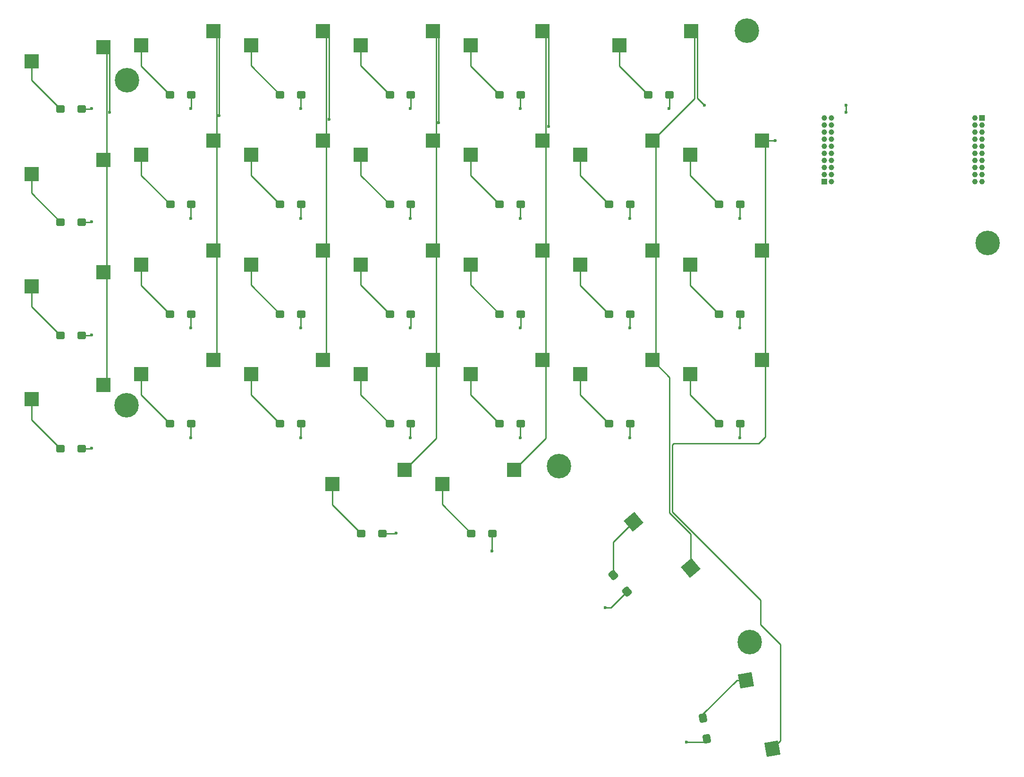
<source format=gbr>
%TF.GenerationSoftware,KiCad,Pcbnew,7.0.1*%
%TF.CreationDate,2023-03-23T04:50:52+01:00*%
%TF.ProjectId,Tiamat_v01_badge,5469616d-6174-45f7-9630-315f62616467,rev?*%
%TF.SameCoordinates,Original*%
%TF.FileFunction,Copper,L2,Bot*%
%TF.FilePolarity,Positive*%
%FSLAX46Y46*%
G04 Gerber Fmt 4.6, Leading zero omitted, Abs format (unit mm)*
G04 Created by KiCad (PCBNEW 7.0.1) date 2023-03-23 04:50:52*
%MOMM*%
%LPD*%
G01*
G04 APERTURE LIST*
G04 Aperture macros list*
%AMRoundRect*
0 Rectangle with rounded corners*
0 $1 Rounding radius*
0 $2 $3 $4 $5 $6 $7 $8 $9 X,Y pos of 4 corners*
0 Add a 4 corners polygon primitive as box body*
4,1,4,$2,$3,$4,$5,$6,$7,$8,$9,$2,$3,0*
0 Add four circle primitives for the rounded corners*
1,1,$1+$1,$2,$3*
1,1,$1+$1,$4,$5*
1,1,$1+$1,$6,$7*
1,1,$1+$1,$8,$9*
0 Add four rect primitives between the rounded corners*
20,1,$1+$1,$2,$3,$4,$5,0*
20,1,$1+$1,$4,$5,$6,$7,0*
20,1,$1+$1,$6,$7,$8,$9,0*
20,1,$1+$1,$8,$9,$2,$3,0*%
%AMRotRect*
0 Rectangle, with rotation*
0 The origin of the aperture is its center*
0 $1 length*
0 $2 width*
0 $3 Rotation angle, in degrees counterclockwise*
0 Add horizontal line*
21,1,$1,$2,0,0,$3*%
G04 Aperture macros list end*
%TA.AperFunction,SMDPad,CuDef*%
%ADD10R,2.550000X2.500000*%
%TD*%
%TA.AperFunction,ComponentPad*%
%ADD11C,4.400000*%
%TD*%
%TA.AperFunction,SMDPad,CuDef*%
%ADD12RotRect,2.550000X2.500000X310.000000*%
%TD*%
%TA.AperFunction,SMDPad,CuDef*%
%ADD13RotRect,2.550000X2.500000X280.000000*%
%TD*%
%TA.AperFunction,ComponentPad*%
%ADD14C,1.000000*%
%TD*%
%TA.AperFunction,ComponentPad*%
%ADD15R,1.000000X1.000000*%
%TD*%
%TA.AperFunction,SMDPad,CuDef*%
%ADD16RoundRect,0.350000X-0.422824X0.382387X-0.266541X-0.503940X0.422824X-0.382387X0.266541X0.503940X0*%
%TD*%
%TA.AperFunction,SMDPad,CuDef*%
%ADD17RoundRect,0.350000X0.422824X-0.382387X0.266541X0.503940X-0.422824X0.382387X-0.266541X-0.503940X0*%
%TD*%
%TA.AperFunction,SMDPad,CuDef*%
%ADD18RoundRect,0.350000X-0.450000X-0.350000X0.450000X-0.350000X0.450000X0.350000X-0.450000X0.350000X0*%
%TD*%
%TA.AperFunction,SMDPad,CuDef*%
%ADD19RoundRect,0.350000X0.450000X0.350000X-0.450000X0.350000X-0.450000X-0.350000X0.450000X-0.350000X0*%
%TD*%
%TA.AperFunction,SMDPad,CuDef*%
%ADD20RoundRect,0.350000X-0.557370X0.119744X0.021139X-0.569696X0.557370X-0.119744X-0.021139X0.569696X0*%
%TD*%
%TA.AperFunction,SMDPad,CuDef*%
%ADD21RoundRect,0.350000X0.557370X-0.119744X-0.021139X0.569696X-0.557370X0.119744X0.021139X-0.569696X0*%
%TD*%
%TA.AperFunction,ViaPad*%
%ADD22C,0.600000*%
%TD*%
%TA.AperFunction,Conductor*%
%ADD23C,0.254000*%
%TD*%
G04 APERTURE END LIST*
D10*
%TO.P,SW1,2,2*%
%TO.N,COL1*%
X37070500Y-30232300D03*
%TO.P,SW1,1,1*%
%TO.N,Net-(D1-A)*%
X24143500Y-32772300D03*
%TD*%
D11*
%TO.P,H6,1*%
%TO.N,N/C*%
X41275000Y-36195000D03*
%TD*%
%TO.P,H5,1*%
%TO.N,N/C*%
X41148000Y-94488000D03*
%TD*%
D12*
%TO.P,SW27,1,1*%
%TO.N,Net-(D27-A)*%
X132125103Y-115440689D03*
%TO.P,SW27,2,2*%
%TO.N,COL6*%
X142380171Y-123710665D03*
%TD*%
D13*
%TO.P,SW31,1,1*%
%TO.N,Net-(D31-A)*%
X152267481Y-143816048D03*
%TO.P,SW31,2,2*%
%TO.N,COL7*%
X157013643Y-156105591D03*
%TD*%
D10*
%TO.P,SW30,1,1*%
%TO.N,Net-(D30-A)*%
X142253500Y-88927300D03*
%TO.P,SW30,2,2*%
%TO.N,COL7*%
X155180500Y-86387300D03*
%TD*%
%TO.P,SW29,1,1*%
%TO.N,Net-(D29-A)*%
X142253500Y-69242300D03*
%TO.P,SW29,2,2*%
%TO.N,COL7*%
X155180500Y-66702300D03*
%TD*%
%TO.P,SW28,2,2*%
%TO.N,COL7*%
X155180500Y-47017300D03*
%TO.P,SW28,1,1*%
%TO.N,Net-(D28-A)*%
X142253500Y-49557300D03*
%TD*%
%TO.P,SW26,2,2*%
%TO.N,COL6*%
X135495500Y-86387300D03*
%TO.P,SW26,1,1*%
%TO.N,Net-(D26-A)*%
X122568500Y-88927300D03*
%TD*%
%TO.P,SW25,1,1*%
%TO.N,Net-(D25-A)*%
X122568500Y-69242300D03*
%TO.P,SW25,2,2*%
%TO.N,COL6*%
X135495500Y-66702300D03*
%TD*%
%TO.P,SW24,1,1*%
%TO.N,Net-(D24-A)*%
X122568500Y-49557300D03*
%TO.P,SW24,2,2*%
%TO.N,COL6*%
X135495500Y-47017300D03*
%TD*%
%TO.P,SW22,1,1*%
%TO.N,Net-(D22-A)*%
X97803500Y-108612300D03*
%TO.P,SW22,2,2*%
%TO.N,COL5*%
X110730500Y-106072300D03*
%TD*%
%TO.P,SW21,1,1*%
%TO.N,Net-(D21-A)*%
X102883500Y-88927300D03*
%TO.P,SW21,2,2*%
%TO.N,COL5*%
X115810500Y-86387300D03*
%TD*%
%TO.P,SW20,1,1*%
%TO.N,Net-(D20-A)*%
X102883500Y-69242300D03*
%TO.P,SW20,2,2*%
%TO.N,COL5*%
X115810500Y-66702300D03*
%TD*%
%TO.P,SW19,2,2*%
%TO.N,COL5*%
X115810500Y-47017300D03*
%TO.P,SW19,1,1*%
%TO.N,Net-(D19-A)*%
X102883500Y-49557300D03*
%TD*%
%TO.P,SW18,1,1*%
%TO.N,Net-(D18-A)*%
X102883500Y-29872300D03*
%TO.P,SW18,2,2*%
%TO.N,COL5*%
X115810500Y-27332300D03*
%TD*%
%TO.P,SW17,1,1*%
%TO.N,Net-(D17-A)*%
X78118500Y-108612300D03*
%TO.P,SW17,2,2*%
%TO.N,COL4*%
X91045500Y-106072300D03*
%TD*%
%TO.P,SW16,1,1*%
%TO.N,Net-(D16-A)*%
X83198500Y-88927300D03*
%TO.P,SW16,2,2*%
%TO.N,COL4*%
X96125500Y-86387300D03*
%TD*%
%TO.P,SW15,1,1*%
%TO.N,Net-(D15-A)*%
X83198500Y-69242300D03*
%TO.P,SW15,2,2*%
%TO.N,COL4*%
X96125500Y-66702300D03*
%TD*%
%TO.P,SW14,1,1*%
%TO.N,Net-(D14-A)*%
X83198500Y-49557300D03*
%TO.P,SW14,2,2*%
%TO.N,COL4*%
X96125500Y-47017300D03*
%TD*%
%TO.P,SW13,2,2*%
%TO.N,COL4*%
X96125500Y-27332300D03*
%TO.P,SW13,1,1*%
%TO.N,Net-(D13-A)*%
X83198500Y-29872300D03*
%TD*%
%TO.P,SW12,1,1*%
%TO.N,Net-(D12-A)*%
X63513500Y-88927300D03*
%TO.P,SW12,2,2*%
%TO.N,COL3*%
X76440500Y-86387300D03*
%TD*%
%TO.P,SW11,1,1*%
%TO.N,Net-(D11-A)*%
X63513500Y-69242300D03*
%TO.P,SW11,2,2*%
%TO.N,COL3*%
X76440500Y-66702300D03*
%TD*%
%TO.P,SW10,1,1*%
%TO.N,Net-(D10-A)*%
X63513500Y-49557300D03*
%TO.P,SW10,2,2*%
%TO.N,COL3*%
X76440500Y-47017300D03*
%TD*%
%TO.P,SW9,1,1*%
%TO.N,Net-(D9-A)*%
X63513500Y-29872300D03*
%TO.P,SW9,2,2*%
%TO.N,COL3*%
X76440500Y-27332300D03*
%TD*%
%TO.P,SW8,1,1*%
%TO.N,Net-(D8-A)*%
X43828500Y-88927300D03*
%TO.P,SW8,2,2*%
%TO.N,COL2*%
X56755500Y-86387300D03*
%TD*%
%TO.P,SW7,1,1*%
%TO.N,Net-(D7-A)*%
X43828500Y-69242300D03*
%TO.P,SW7,2,2*%
%TO.N,COL2*%
X56755500Y-66702300D03*
%TD*%
%TO.P,SW6,2,2*%
%TO.N,COL2*%
X56755500Y-47017300D03*
%TO.P,SW6,1,1*%
%TO.N,Net-(D6-A)*%
X43828500Y-49557300D03*
%TD*%
%TO.P,SW5,1,1*%
%TO.N,Net-(D5-A)*%
X43828500Y-29872300D03*
%TO.P,SW5,2,2*%
%TO.N,COL2*%
X56755500Y-27332300D03*
%TD*%
%TO.P,SW4,2,2*%
%TO.N,COL1*%
X37070500Y-90832300D03*
%TO.P,SW4,1,1*%
%TO.N,Net-(D4-A)*%
X24143500Y-93372300D03*
%TD*%
D14*
%TO.P,U1,40,GND*%
%TO.N,unconnected-(U1-GND-Pad40)*%
X167589616Y-42919456D03*
%TO.P,U1,39,GND*%
%TO.N,unconnected-(U1-GND-Pad39)*%
X166319616Y-42919456D03*
%TO.P,U1,38,VSYS*%
%TO.N,unconnected-(U1-VSYS-Pad38)*%
X167589616Y-44189456D03*
%TO.P,U1,37,AVDD*%
%TO.N,unconnected-(U1-AVDD-Pad37)*%
X166319616Y-44189456D03*
%TO.P,U1,36,GP23*%
%TO.N,unconnected-(U1-GP23-Pad36)*%
X167589616Y-45459456D03*
%TO.P,U1,35,BOOT*%
%TO.N,unconnected-(U1-BOOT-Pad35)*%
X166319616Y-45459456D03*
%TO.P,U1,34,GP22*%
%TO.N,unconnected-(U1-GP22-Pad34)*%
X167589616Y-46729456D03*
%TO.P,U1,33,RUN*%
%TO.N,unconnected-(U1-RUN-Pad33)*%
X166319616Y-46729456D03*
%TO.P,U1,32,GP21*%
%TO.N,unconnected-(U1-GP21-Pad32)*%
X167589616Y-47999456D03*
%TO.P,U1,31,GP29*%
%TO.N,unconnected-(U1-GP29-Pad31)*%
X166319616Y-47999456D03*
%TO.P,U1,30,GP20*%
%TO.N,unconnected-(U1-GP20-Pad30)*%
X167589616Y-49269456D03*
%TO.P,U1,29,GP28*%
%TO.N,COL1*%
X166319616Y-49269456D03*
%TO.P,U1,28,GP19*%
%TO.N,COL6*%
X167589616Y-50539456D03*
%TO.P,U1,27,GP27*%
%TO.N,COL2*%
X166319616Y-50539456D03*
%TO.P,U1,26,GP18*%
%TO.N,COL7*%
X167589616Y-51809456D03*
%TO.P,U1,25,GP26*%
%TO.N,COL3*%
X166319616Y-51809456D03*
%TO.P,U1,24,GP17*%
%TO.N,COL5*%
X167589616Y-53079456D03*
%TO.P,U1,23,GP25*%
%TO.N,unconnected-(U1-GP25-Pad23)*%
X166319616Y-53079456D03*
%TO.P,U1,22,GP16*%
%TO.N,COL4*%
X167589616Y-54349456D03*
D15*
%TO.P,U1,21,GP24*%
%TO.N,unconnected-(U1-GP24-Pad21)*%
X166319616Y-54349456D03*
D14*
%TO.P,U1,20,GND*%
%TO.N,unconnected-(U1-GND-Pad20)*%
X193319616Y-54349456D03*
%TO.P,U1,19,SWDIO*%
%TO.N,unconnected-(U1-SWDIO-Pad19)*%
X194589616Y-54349456D03*
%TO.P,U1,18,VSYS*%
%TO.N,unconnected-(U1-VSYS-Pad18)*%
X193319616Y-53079456D03*
%TO.P,U1,17,SWCLK*%
%TO.N,unconnected-(U1-SWCLK-Pad17)*%
X194589616Y-53079456D03*
%TO.P,U1,16,GP7*%
%TO.N,unconnected-(U1-GP7-Pad16)*%
X193319616Y-51809456D03*
%TO.P,U1,15,GP15*%
%TO.N,ROW3*%
X194589616Y-51809456D03*
%TO.P,U1,14,GP6*%
%TO.N,unconnected-(U1-GP6-Pad14)*%
X193319616Y-50539456D03*
%TO.P,U1,13,GP14*%
%TO.N,ROW4*%
X194589616Y-50539456D03*
%TO.P,U1,12,GP5*%
%TO.N,unconnected-(U1-GP5-Pad12)*%
X193319616Y-49269456D03*
%TO.P,U1,11,GP13*%
%TO.N,ROW5*%
X194589616Y-49269456D03*
%TO.P,U1,10,GP4*%
%TO.N,unconnected-(U1-GP4-Pad10)*%
X193319616Y-47999456D03*
%TO.P,U1,9,GP12*%
%TO.N,unconnected-(U1-GP12-Pad9)*%
X194589616Y-47999456D03*
%TO.P,U1,8,GP3*%
%TO.N,unconnected-(U1-GP3-Pad8)*%
X193319616Y-46729456D03*
%TO.P,U1,7,GP11*%
%TO.N,unconnected-(U1-GP11-Pad7)*%
X194589616Y-46729456D03*
%TO.P,U1,6,GP2*%
%TO.N,unconnected-(U1-GP2-Pad6)*%
X193319616Y-45459456D03*
%TO.P,U1,5,GP10*%
%TO.N,unconnected-(U1-GP10-Pad5)*%
X194589616Y-45459456D03*
%TO.P,U1,4,GP1*%
%TO.N,ROW2*%
X193319616Y-44189456D03*
%TO.P,U1,3,GP9*%
%TO.N,unconnected-(U1-GP9-Pad3)*%
X194589616Y-44189456D03*
%TO.P,U1,2,GP0*%
%TO.N,ROW1*%
X193319616Y-42919456D03*
D15*
%TO.P,U1,1,GP8*%
%TO.N,unconnected-(U1-GP8-Pad1)*%
X194589616Y-42919456D03*
%TD*%
D10*
%TO.P,SW23,2,2*%
%TO.N,COL6*%
X142480500Y-27332300D03*
%TO.P,SW23,1,1*%
%TO.N,Net-(D23-A)*%
X129553500Y-29872300D03*
%TD*%
%TO.P,SW3,1,1*%
%TO.N,Net-(D3-A)*%
X24143500Y-73172300D03*
%TO.P,SW3,2,2*%
%TO.N,COL1*%
X37070500Y-70632300D03*
%TD*%
%TO.P,SW2,1,1*%
%TO.N,Net-(D2-A)*%
X24143500Y-52972300D03*
%TO.P,SW2,2,2*%
%TO.N,COL1*%
X37070500Y-50432300D03*
%TD*%
D11*
%TO.P,H4,1*%
%TO.N,N/C*%
X118745000Y-105410000D03*
%TD*%
%TO.P,H3,1*%
%TO.N,N/C*%
X152400000Y-27305000D03*
%TD*%
%TO.P,H2,1*%
%TO.N,N/C*%
X195580000Y-65405000D03*
%TD*%
%TO.P,H1,1*%
%TO.N,N/C*%
X152908000Y-137033000D03*
%TD*%
D16*
%TO.P,D31,1,K*%
%TO.N,ROW5*%
X145223432Y-154371938D03*
D17*
%TO.P,D31,2,A*%
%TO.N,Net-(D31-A)*%
X144563568Y-150629668D03*
%TD*%
D18*
%TO.P,D30,1,K*%
%TO.N,ROW4*%
X151233500Y-97817300D03*
D19*
%TO.P,D30,2,A*%
%TO.N,Net-(D30-A)*%
X147433500Y-97817300D03*
%TD*%
D18*
%TO.P,D29,1,K*%
%TO.N,ROW3*%
X151233500Y-78132300D03*
D19*
%TO.P,D29,2,A*%
%TO.N,Net-(D29-A)*%
X147433500Y-78132300D03*
%TD*%
D18*
%TO.P,D28,1,K*%
%TO.N,ROW2*%
X151233500Y-58447300D03*
D19*
%TO.P,D28,2,A*%
%TO.N,Net-(D28-A)*%
X147433500Y-58447300D03*
%TD*%
D20*
%TO.P,D27,1,K*%
%TO.N,ROW5*%
X130948299Y-127921287D03*
D21*
%TO.P,D27,2,A*%
%TO.N,Net-(D27-A)*%
X128505707Y-125010319D03*
%TD*%
D18*
%TO.P,D26,1,K*%
%TO.N,ROW4*%
X131548500Y-97817300D03*
D19*
%TO.P,D26,2,A*%
%TO.N,Net-(D26-A)*%
X127748500Y-97817300D03*
%TD*%
D18*
%TO.P,D25,1,K*%
%TO.N,ROW3*%
X131548500Y-78132300D03*
D19*
%TO.P,D25,2,A*%
%TO.N,Net-(D25-A)*%
X127748500Y-78132300D03*
%TD*%
D18*
%TO.P,D24,1,K*%
%TO.N,ROW2*%
X131548500Y-58447300D03*
D19*
%TO.P,D24,2,A*%
%TO.N,Net-(D24-A)*%
X127748500Y-58447300D03*
%TD*%
D18*
%TO.P,D23,1,K*%
%TO.N,ROW1*%
X138533500Y-38762300D03*
D19*
%TO.P,D23,2,A*%
%TO.N,Net-(D23-A)*%
X134733500Y-38762300D03*
%TD*%
%TO.P,D22,2,A*%
%TO.N,Net-(D22-A)*%
X102993500Y-117502300D03*
D18*
%TO.P,D22,1,K*%
%TO.N,ROW5*%
X106793500Y-117502300D03*
%TD*%
D19*
%TO.P,D21,2,A*%
%TO.N,Net-(D21-A)*%
X108063500Y-97817300D03*
D18*
%TO.P,D21,1,K*%
%TO.N,ROW4*%
X111863500Y-97817300D03*
%TD*%
D19*
%TO.P,D20,2,A*%
%TO.N,Net-(D20-A)*%
X108073500Y-78132300D03*
D18*
%TO.P,D20,1,K*%
%TO.N,ROW3*%
X111873500Y-78132300D03*
%TD*%
D19*
%TO.P,D19,2,A*%
%TO.N,Net-(D19-A)*%
X108063500Y-58447300D03*
D18*
%TO.P,D19,1,K*%
%TO.N,ROW2*%
X111863500Y-58447300D03*
%TD*%
D19*
%TO.P,D18,2,A*%
%TO.N,Net-(D18-A)*%
X108063500Y-38762300D03*
D18*
%TO.P,D18,1,K*%
%TO.N,ROW1*%
X111863500Y-38762300D03*
%TD*%
D19*
%TO.P,D17,2,A*%
%TO.N,Net-(D17-A)*%
X83298500Y-117502300D03*
D18*
%TO.P,D17,1,K*%
%TO.N,ROW5*%
X87098500Y-117502300D03*
%TD*%
D19*
%TO.P,D16,2,A*%
%TO.N,Net-(D16-A)*%
X88388500Y-97817300D03*
D18*
%TO.P,D16,1,K*%
%TO.N,ROW4*%
X92188500Y-97817300D03*
%TD*%
D19*
%TO.P,D15,2,A*%
%TO.N,Net-(D15-A)*%
X88388500Y-78132300D03*
D18*
%TO.P,D15,1,K*%
%TO.N,ROW3*%
X92188500Y-78132300D03*
%TD*%
D19*
%TO.P,D14,2,A*%
%TO.N,Net-(D14-A)*%
X88388500Y-58447300D03*
D18*
%TO.P,D14,1,K*%
%TO.N,ROW2*%
X92188500Y-58447300D03*
%TD*%
D19*
%TO.P,D13,2,A*%
%TO.N,Net-(D13-A)*%
X88388500Y-38762300D03*
D18*
%TO.P,D13,1,K*%
%TO.N,ROW1*%
X92188500Y-38762300D03*
%TD*%
D19*
%TO.P,D12,2,A*%
%TO.N,Net-(D12-A)*%
X68703500Y-97817300D03*
D18*
%TO.P,D12,1,K*%
%TO.N,ROW4*%
X72503500Y-97817300D03*
%TD*%
D19*
%TO.P,D11,2,A*%
%TO.N,Net-(D11-A)*%
X68703500Y-78132300D03*
D18*
%TO.P,D11,1,K*%
%TO.N,ROW3*%
X72503500Y-78132300D03*
%TD*%
D19*
%TO.P,D10,2,A*%
%TO.N,Net-(D10-A)*%
X68693500Y-58447300D03*
D18*
%TO.P,D10,1,K*%
%TO.N,ROW2*%
X72493500Y-58447300D03*
%TD*%
D19*
%TO.P,D9,2,A*%
%TO.N,Net-(D9-A)*%
X68703500Y-38762300D03*
D18*
%TO.P,D9,1,K*%
%TO.N,ROW1*%
X72503500Y-38762300D03*
%TD*%
D19*
%TO.P,D8,2,A*%
%TO.N,Net-(D8-A)*%
X49008500Y-97817300D03*
D18*
%TO.P,D8,1,K*%
%TO.N,ROW4*%
X52808500Y-97817300D03*
%TD*%
D19*
%TO.P,D7,2,A*%
%TO.N,Net-(D7-A)*%
X49008500Y-78132300D03*
D18*
%TO.P,D7,1,K*%
%TO.N,ROW3*%
X52808500Y-78132300D03*
%TD*%
D19*
%TO.P,D6,2,A*%
%TO.N,Net-(D6-A)*%
X49018500Y-58447300D03*
D18*
%TO.P,D6,1,K*%
%TO.N,ROW2*%
X52818500Y-58447300D03*
%TD*%
D19*
%TO.P,D5,2,A*%
%TO.N,Net-(D5-A)*%
X49008500Y-38762300D03*
D18*
%TO.P,D5,1,K*%
%TO.N,ROW1*%
X52808500Y-38762300D03*
%TD*%
D19*
%TO.P,D4,2,A*%
%TO.N,Net-(D4-A)*%
X29328500Y-102262300D03*
D18*
%TO.P,D4,1,K*%
%TO.N,ROW4*%
X33128500Y-102262300D03*
%TD*%
D19*
%TO.P,D3,2,A*%
%TO.N,Net-(D3-A)*%
X29328500Y-81942300D03*
D18*
%TO.P,D3,1,K*%
%TO.N,ROW3*%
X33128500Y-81942300D03*
%TD*%
D19*
%TO.P,D2,2,A*%
%TO.N,Net-(D2-A)*%
X29333495Y-61622296D03*
D18*
%TO.P,D2,1,K*%
%TO.N,ROW2*%
X33133495Y-61622296D03*
%TD*%
D19*
%TO.P,D1,2,A*%
%TO.N,Net-(D1-A)*%
X29328500Y-41302300D03*
D18*
%TO.P,D1,1,K*%
%TO.N,ROW1*%
X33128500Y-41302300D03*
%TD*%
D22*
%TO.N,COL7*%
X157480000Y-46990000D03*
%TO.N,COL6*%
X170180000Y-40640000D03*
X144780000Y-40640000D03*
X170180000Y-41910000D03*
%TO.N,COL5*%
X116840000Y-44450000D03*
%TO.N,COL4*%
X97155000Y-43815000D03*
%TO.N,COL3*%
X77470000Y-43180000D03*
%TO.N,COL2*%
X57785000Y-42545000D03*
%TO.N,COL1*%
X38100000Y-41910000D03*
%TO.N,ROW5*%
X141605000Y-154940000D03*
X127000000Y-130810000D03*
X106680000Y-120650000D03*
X89535000Y-117475000D03*
%TO.N,ROW4*%
X151130000Y-100330000D03*
X131445000Y-100330000D03*
X111760000Y-100330000D03*
X92075000Y-100330000D03*
X72390000Y-100330000D03*
X52705000Y-100330000D03*
X34925000Y-102235000D03*
%TO.N,ROW3*%
X151130000Y-80645000D03*
X131445000Y-80645000D03*
X111760000Y-80645000D03*
X92075000Y-80645000D03*
X72390000Y-80645000D03*
X52705000Y-80645000D03*
X34925000Y-81915000D03*
%TO.N,ROW2*%
X151130000Y-60960000D03*
X131445000Y-60960000D03*
X111760000Y-60960000D03*
X92075000Y-60960000D03*
X72390000Y-60960000D03*
X52705000Y-60960000D03*
X34925000Y-61595000D03*
%TO.N,ROW1*%
X72390000Y-41275000D03*
X138430000Y-41275000D03*
X111760000Y-41275000D03*
X92075000Y-41275000D03*
X34925000Y-41275000D03*
X52705000Y-41275000D03*
%TD*%
D23*
%TO.N,COL7*%
X157480000Y-46990000D02*
X155207800Y-46990000D01*
X155207800Y-46990000D02*
X155180500Y-47017300D01*
%TO.N,COL6*%
X143510000Y-39370000D02*
X144780000Y-40640000D01*
X143510000Y-28361800D02*
X143510000Y-39370000D01*
X142480500Y-27332300D02*
X143510000Y-28361800D01*
X170180000Y-40640000D02*
X170180000Y-41910000D01*
%TO.N,COL5*%
X116840000Y-28361800D02*
X116840000Y-44450000D01*
X115810500Y-27332300D02*
X116840000Y-28361800D01*
%TO.N,COL4*%
X97155000Y-28361800D02*
X97155000Y-43815000D01*
X96125500Y-27332300D02*
X97155000Y-28361800D01*
%TO.N,COL3*%
X77470000Y-28361800D02*
X77470000Y-43180000D01*
X76440500Y-27332300D02*
X77470000Y-28361800D01*
%TO.N,COL2*%
X57785000Y-28361800D02*
X57785000Y-42545000D01*
X56755500Y-27332300D02*
X57785000Y-28361800D01*
%TO.N,COL1*%
X38100000Y-31261800D02*
X38100000Y-41910000D01*
X37070500Y-30232300D02*
X38100000Y-31261800D01*
%TO.N,COL7*%
X155770500Y-86977300D02*
X155180500Y-86387300D01*
X155770500Y-100134500D02*
X155770500Y-86977300D01*
X154564700Y-101340300D02*
X155770500Y-100134500D01*
X139324700Y-101340300D02*
X154564700Y-101340300D01*
X139065000Y-101600000D02*
X139324700Y-101340300D01*
X139065000Y-113665000D02*
X139065000Y-101600000D01*
X154858758Y-129458758D02*
X139065000Y-113665000D01*
X154858758Y-133903758D02*
X154858758Y-129458758D01*
X158417257Y-137462257D02*
X154858758Y-133903758D01*
X158417257Y-154701977D02*
X158417257Y-137462257D01*
X157013643Y-156105591D02*
X158417257Y-154701977D01*
%TO.N,ROW5*%
X144655370Y-154940000D02*
X145223432Y-154371938D01*
X141605000Y-154940000D02*
X144655370Y-154940000D01*
X127000000Y-130810000D02*
X128059586Y-130810000D01*
X128059586Y-130810000D02*
X130948299Y-127921287D01*
X106680000Y-120650000D02*
X106680000Y-117615800D01*
X106680000Y-117615800D02*
X106793500Y-117502300D01*
X87098500Y-117502300D02*
X89507700Y-117502300D01*
X89507700Y-117502300D02*
X89535000Y-117475000D01*
%TO.N,ROW4*%
X151130000Y-97920800D02*
X151233500Y-97817300D01*
X151130000Y-100330000D02*
X151130000Y-97920800D01*
X131445000Y-100330000D02*
X131445000Y-97920800D01*
X131445000Y-97920800D02*
X131548500Y-97817300D01*
X111760000Y-100330000D02*
X111760000Y-97920800D01*
X111760000Y-97920800D02*
X111863500Y-97817300D01*
X92075000Y-97930800D02*
X92188500Y-97817300D01*
X92075000Y-100330000D02*
X92075000Y-97930800D01*
X72390000Y-97930800D02*
X72503500Y-97817300D01*
X72390000Y-100330000D02*
X72390000Y-97930800D01*
X52705000Y-97920800D02*
X52808500Y-97817300D01*
X52705000Y-100330000D02*
X52705000Y-97920800D01*
X34897700Y-102262300D02*
X34925000Y-102235000D01*
X33128500Y-102262300D02*
X34897700Y-102262300D01*
%TO.N,ROW3*%
X151130000Y-80645000D02*
X151130000Y-78235800D01*
X151130000Y-78235800D02*
X151233500Y-78132300D01*
X131445000Y-80645000D02*
X131445000Y-78235800D01*
X131445000Y-78235800D02*
X131548500Y-78132300D01*
X111873500Y-80531500D02*
X111873500Y-78132300D01*
X111760000Y-80645000D02*
X111873500Y-80531500D01*
X92075000Y-80645000D02*
X92188500Y-80531500D01*
X92188500Y-80531500D02*
X92188500Y-78132300D01*
X72390000Y-78245800D02*
X72503500Y-78132300D01*
X72390000Y-80645000D02*
X72390000Y-78245800D01*
X52705000Y-78235800D02*
X52808500Y-78132300D01*
X52705000Y-80645000D02*
X52705000Y-78235800D01*
X34897700Y-81942300D02*
X34925000Y-81915000D01*
X33128500Y-81942300D02*
X34897700Y-81942300D01*
%TO.N,ROW2*%
X151130000Y-60960000D02*
X151130000Y-58550800D01*
X151130000Y-58550800D02*
X151233500Y-58447300D01*
X131445000Y-58550800D02*
X131548500Y-58447300D01*
X131445000Y-60960000D02*
X131445000Y-58550800D01*
X111760000Y-58550800D02*
X111863500Y-58447300D01*
X111760000Y-60960000D02*
X111760000Y-58550800D01*
X92075000Y-58560800D02*
X92188500Y-58447300D01*
X92075000Y-60960000D02*
X92075000Y-58560800D01*
X72390000Y-58550800D02*
X72493500Y-58447300D01*
X72390000Y-60960000D02*
X72390000Y-58550800D01*
X52705000Y-60960000D02*
X52705000Y-58560800D01*
X52705000Y-58560800D02*
X52818500Y-58447300D01*
X34897704Y-61622296D02*
X34925000Y-61595000D01*
X33133495Y-61622296D02*
X34897704Y-61622296D01*
%TO.N,Net-(D31-A)*%
X144563568Y-149870303D02*
X144563568Y-150629668D01*
X150617823Y-143816048D02*
X144563568Y-149870303D01*
X152267481Y-143816048D02*
X150617823Y-143816048D01*
%TO.N,Net-(D27-A)*%
X128505707Y-119060085D02*
X128505707Y-125010319D01*
X132125103Y-115440689D02*
X128505707Y-119060085D01*
%TO.N,Net-(D22-A)*%
X97803500Y-112312300D02*
X102993500Y-117502300D01*
X97803500Y-108612300D02*
X97803500Y-112312300D01*
%TO.N,Net-(D17-A)*%
X78118500Y-112322300D02*
X83298500Y-117502300D01*
X78118500Y-108612300D02*
X78118500Y-112322300D01*
%TO.N,Net-(D30-A)*%
X142253500Y-92637300D02*
X147433500Y-97817300D01*
X142253500Y-88927300D02*
X142253500Y-92637300D01*
%TO.N,Net-(D26-A)*%
X122568500Y-88927300D02*
X122568500Y-92637300D01*
X122568500Y-92637300D02*
X127748500Y-97817300D01*
%TO.N,Net-(D21-A)*%
X102883500Y-92637300D02*
X108063500Y-97817300D01*
X102883500Y-88927300D02*
X102883500Y-92637300D01*
%TO.N,Net-(D16-A)*%
X83198500Y-92627300D02*
X88388500Y-97817300D01*
X83198500Y-88927300D02*
X83198500Y-92627300D01*
%TO.N,Net-(D12-A)*%
X63513500Y-92627300D02*
X68703500Y-97817300D01*
X63513500Y-88927300D02*
X63513500Y-92627300D01*
%TO.N,Net-(D8-A)*%
X43828500Y-92637300D02*
X49008500Y-97817300D01*
X43828500Y-88927300D02*
X43828500Y-92637300D01*
%TO.N,Net-(D4-A)*%
X24143500Y-97077300D02*
X29328500Y-102262300D01*
X24143500Y-93372300D02*
X24143500Y-97077300D01*
%TO.N,Net-(D29-A)*%
X142253500Y-72952300D02*
X147433500Y-78132300D01*
X142253500Y-69242300D02*
X142253500Y-72952300D01*
%TO.N,Net-(D25-A)*%
X122568500Y-72952300D02*
X127748500Y-78132300D01*
X122568500Y-69242300D02*
X122568500Y-72952300D01*
%TO.N,Net-(D20-A)*%
X102883500Y-72942300D02*
X108073500Y-78132300D01*
X102883500Y-69242300D02*
X102883500Y-72942300D01*
%TO.N,Net-(D15-A)*%
X83198500Y-72942300D02*
X88388500Y-78132300D01*
X83198500Y-69242300D02*
X83198500Y-72942300D01*
%TO.N,Net-(D11-A)*%
X63513500Y-72942300D02*
X68703500Y-78132300D01*
X63513500Y-69242300D02*
X63513500Y-72942300D01*
%TO.N,Net-(D7-A)*%
X43828500Y-72952300D02*
X49008500Y-78132300D01*
X43828500Y-69242300D02*
X43828500Y-72952300D01*
%TO.N,Net-(D3-A)*%
X24143500Y-76757300D02*
X29328500Y-81942300D01*
X24143500Y-73172300D02*
X24143500Y-76757300D01*
%TO.N,Net-(D28-A)*%
X142253500Y-53267300D02*
X147433500Y-58447300D01*
X142253500Y-49557300D02*
X142253500Y-53267300D01*
%TO.N,Net-(D24-A)*%
X122568500Y-49557300D02*
X122568500Y-53267300D01*
X122568500Y-53267300D02*
X127748500Y-58447300D01*
%TO.N,Net-(D19-A)*%
X102883500Y-53267300D02*
X108063500Y-58447300D01*
X102883500Y-49557300D02*
X102883500Y-53267300D01*
%TO.N,Net-(D14-A)*%
X83198500Y-53257300D02*
X88388500Y-58447300D01*
X83198500Y-49557300D02*
X83198500Y-53257300D01*
%TO.N,Net-(D10-A)*%
X63513500Y-49557300D02*
X63513500Y-53267300D01*
X63513500Y-53267300D02*
X68693500Y-58447300D01*
%TO.N,Net-(D6-A)*%
X43828500Y-53257300D02*
X49018500Y-58447300D01*
X43828500Y-49557300D02*
X43828500Y-53257300D01*
%TO.N,Net-(D23-A)*%
X129553500Y-33582300D02*
X134733500Y-38762300D01*
X129553500Y-29872300D02*
X129553500Y-33582300D01*
%TO.N,Net-(D18-A)*%
X102883500Y-33582300D02*
X108063500Y-38762300D01*
X102883500Y-29872300D02*
X102883500Y-33582300D01*
%TO.N,Net-(D13-A)*%
X83198500Y-33572300D02*
X88388500Y-38762300D01*
X83198500Y-29872300D02*
X83198500Y-33572300D01*
%TO.N,Net-(D9-A)*%
X63513500Y-33572300D02*
X68703500Y-38762300D01*
X63513500Y-29872300D02*
X63513500Y-33572300D01*
%TO.N,ROW1*%
X72390000Y-38875800D02*
X72503500Y-38762300D01*
X72390000Y-41275000D02*
X72390000Y-38875800D01*
%TO.N,Net-(D5-A)*%
X43828500Y-33582300D02*
X49008500Y-38762300D01*
X43828500Y-29872300D02*
X43828500Y-33582300D01*
%TO.N,Net-(D2-A)*%
X24143500Y-56432301D02*
X29333495Y-61622296D01*
X24143500Y-52972300D02*
X24143500Y-56432301D01*
%TO.N,ROW1*%
X138533500Y-41171500D02*
X138533500Y-38762300D01*
X138430000Y-41275000D02*
X138533500Y-41171500D01*
X111760000Y-38865800D02*
X111863500Y-38762300D01*
X111760000Y-41275000D02*
X111760000Y-38865800D01*
X92188500Y-41161500D02*
X92075000Y-41275000D01*
X92188500Y-38762300D02*
X92188500Y-41161500D01*
X52705000Y-41275000D02*
X52808500Y-41171500D01*
X52808500Y-41171500D02*
X52808500Y-38762300D01*
X34897700Y-41302300D02*
X34925000Y-41275000D01*
X33128500Y-41302300D02*
X34897700Y-41302300D01*
%TO.N,Net-(D1-A)*%
X24143500Y-36117300D02*
X29328500Y-41302300D01*
X24143500Y-32772300D02*
X24143500Y-36117300D01*
%TO.N,COL7*%
X155770500Y-85797300D02*
X155180500Y-86387300D01*
X155180500Y-66702300D02*
X155770500Y-67292300D01*
X155770500Y-67292300D02*
X155770500Y-85797300D01*
X155770500Y-47607300D02*
X155770500Y-66112300D01*
X155180500Y-47017300D02*
X155770500Y-47607300D01*
X155770500Y-66112300D02*
X155180500Y-66702300D01*
%TO.N,COL6*%
X142380171Y-117615171D02*
X142380171Y-123710665D01*
X138589199Y-113824199D02*
X142380171Y-117615171D01*
X138589199Y-89480999D02*
X138589199Y-113824199D01*
X135495500Y-86387300D02*
X138589199Y-89480999D01*
X136085500Y-85797300D02*
X135495500Y-86387300D01*
X136085500Y-67292300D02*
X136085500Y-85797300D01*
X135495500Y-66702300D02*
X136085500Y-67292300D01*
X136085500Y-66112300D02*
X135495500Y-66702300D01*
X136085500Y-47607300D02*
X136085500Y-66112300D01*
X135495500Y-47017300D02*
X136085500Y-47607300D01*
X143070500Y-39442300D02*
X135495500Y-47017300D01*
X143070500Y-27922300D02*
X143070500Y-39442300D01*
X142480500Y-27332300D02*
X143070500Y-27922300D01*
%TO.N,COL5*%
X116400500Y-100402300D02*
X110730500Y-106072300D01*
X116400500Y-86977300D02*
X116400500Y-100402300D01*
X115810500Y-86387300D02*
X116400500Y-86977300D01*
X116400500Y-85797300D02*
X115810500Y-86387300D01*
X116400500Y-67292300D02*
X116400500Y-85797300D01*
X115810500Y-66702300D02*
X116400500Y-67292300D01*
X116400500Y-66112300D02*
X115810500Y-66702300D01*
X115810500Y-47017300D02*
X116400500Y-47607300D01*
X116400500Y-47607300D02*
X116400500Y-66112300D01*
X116400500Y-46427300D02*
X115810500Y-47017300D01*
X116400500Y-27922300D02*
X116400500Y-46427300D01*
X115810500Y-27332300D02*
X116400500Y-27922300D01*
%TO.N,COL4*%
X96715500Y-100402300D02*
X91045500Y-106072300D01*
X96715500Y-86977300D02*
X96715500Y-100402300D01*
X96125500Y-86387300D02*
X96715500Y-86977300D01*
X96715500Y-85797300D02*
X96125500Y-86387300D01*
X96125500Y-66702300D02*
X96715500Y-67292300D01*
X96715500Y-67292300D02*
X96715500Y-85797300D01*
X96715500Y-66112300D02*
X96125500Y-66702300D01*
X96715500Y-47607300D02*
X96715500Y-66112300D01*
X96125500Y-47017300D02*
X96715500Y-47607300D01*
X96715500Y-46427300D02*
X96125500Y-47017300D01*
X96715500Y-27922300D02*
X96715500Y-46427300D01*
X96125500Y-27332300D02*
X96715500Y-27922300D01*
%TO.N,COL3*%
X77030500Y-67292300D02*
X77030500Y-85797300D01*
X76440500Y-66702300D02*
X77030500Y-67292300D01*
X77030500Y-85797300D02*
X76440500Y-86387300D01*
X77030500Y-66112300D02*
X76440500Y-66702300D01*
X77030500Y-47607300D02*
X77030500Y-66112300D01*
X76440500Y-47017300D02*
X77030500Y-47607300D01*
X77030500Y-46427300D02*
X76440500Y-47017300D01*
X77030500Y-27922300D02*
X77030500Y-46427300D01*
X76440500Y-27332300D02*
X77030500Y-27922300D01*
%TO.N,COL2*%
X57345500Y-67292300D02*
X57345500Y-85797300D01*
X57345500Y-85797300D02*
X56755500Y-86387300D01*
X56755500Y-66702300D02*
X57345500Y-67292300D01*
X57345500Y-66112300D02*
X56755500Y-66702300D01*
X57345500Y-47607300D02*
X57345500Y-66112300D01*
X56755500Y-47017300D02*
X57345500Y-47607300D01*
X57345500Y-27922300D02*
X57345500Y-46427300D01*
X57345500Y-46427300D02*
X56755500Y-47017300D01*
X56755500Y-27332300D02*
X57345500Y-27922300D01*
%TO.N,COL1*%
X37660500Y-90242300D02*
X37070500Y-90832300D01*
X37660500Y-71222300D02*
X37660500Y-90242300D01*
X37070500Y-70632300D02*
X37660500Y-71222300D01*
X37660500Y-70042300D02*
X37070500Y-70632300D01*
X37660500Y-51022300D02*
X37660500Y-70042300D01*
X37070500Y-50432300D02*
X37660500Y-51022300D01*
X37660500Y-49842300D02*
X37070500Y-50432300D01*
X37660500Y-30822300D02*
X37660500Y-49842300D01*
X37070500Y-30232300D02*
X37660500Y-30822300D01*
%TD*%
M02*

</source>
